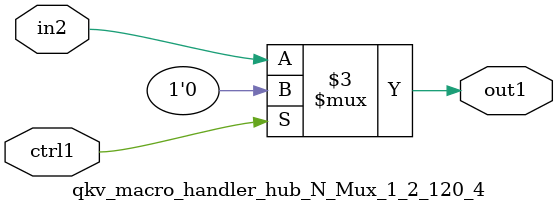
<source format=v>

`timescale 1ps / 1ps


module qkv_macro_handler_hub_N_Mux_1_2_120_4( in2, ctrl1, out1 );

    input in2;
    input ctrl1;
    output out1;
    reg out1;

    
    // rtl_process:qkv_macro_handler_hub_N_Mux_1_2_120_4/qkv_macro_handler_hub_N_Mux_1_2_120_4_thread_1
    always @*
      begin : qkv_macro_handler_hub_N_Mux_1_2_120_4_thread_1
        case (ctrl1) 
          1'b1: 
            begin
              out1 = 1'b0;
            end
          default: 
            begin
              out1 = in2;
            end
        endcase
      end

endmodule





</source>
